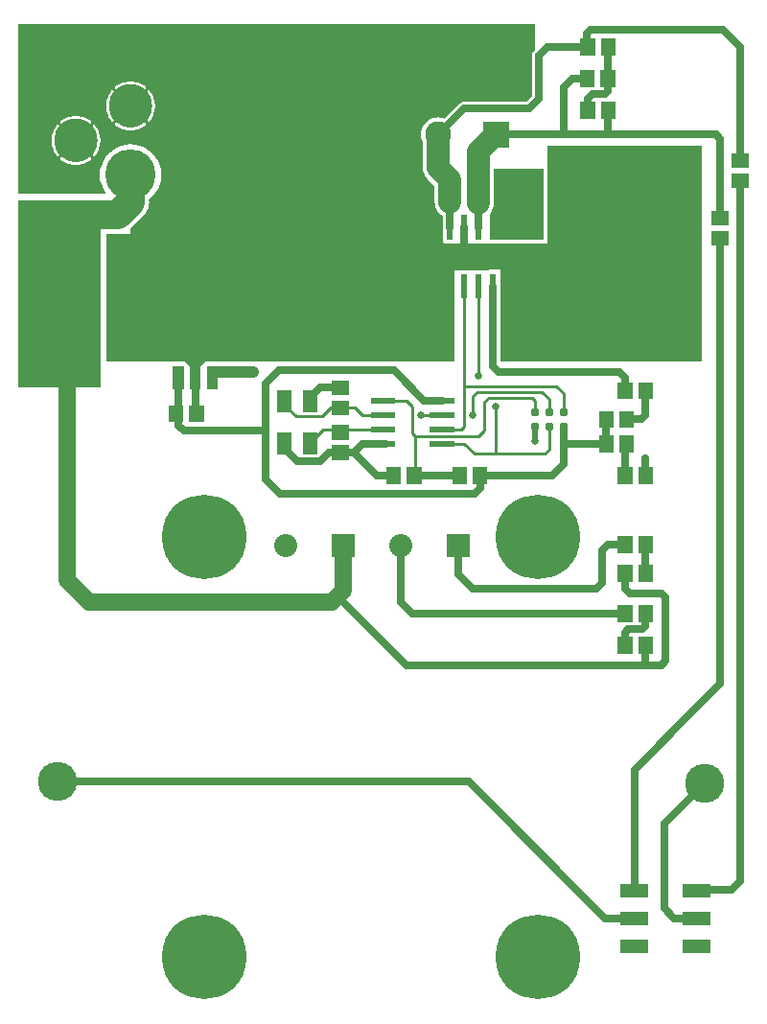
<source format=gbr>
G04 start of page 2 for group 0 idx 0 *
G04 Title: (unknown), top *
G04 Creator: pcb 4.0.2 *
G04 CreationDate: Mon Feb 22 18:13:25 2021 UTC *
G04 For: ndholmes *
G04 Format: Gerber/RS-274X *
G04 PCB-Dimensions (mil): 2600.00 3500.00 *
G04 PCB-Coordinate-Origin: lower left *
%MOIN*%
%FSLAX25Y25*%
%LNTOP*%
%ADD33C,0.0420*%
%ADD32C,0.1285*%
%ADD31C,0.0960*%
%ADD30C,0.1100*%
%ADD29C,0.1250*%
%ADD28C,0.0550*%
%ADD27C,0.0390*%
%ADD26C,0.0120*%
%ADD25C,0.0260*%
%ADD24C,0.0310*%
%ADD23C,0.2937*%
%ADD22C,0.1360*%
%ADD21C,0.1500*%
%ADD20C,0.1750*%
%ADD19C,0.0900*%
%ADD18C,0.0200*%
%ADD17C,0.0800*%
%ADD16C,0.0600*%
%ADD15C,0.0250*%
%ADD14C,0.0100*%
%ADD13C,0.0400*%
%ADD12C,0.1000*%
%ADD11C,0.0001*%
G54D11*G36*
X1500Y287000D02*X30000D01*
Y284500D01*
X29799Y284015D01*
X29560Y283020D01*
X29480Y282000D01*
X29560Y280980D01*
X29799Y279985D01*
X30000Y279500D01*
Y222000D01*
X1500D01*
Y287000D01*
G37*
G36*
X32000Y275500D02*X35745D01*
X36000Y275480D01*
X36255Y275500D01*
X87500D01*
Y231000D01*
X64610D01*
X64596Y231017D01*
X64327Y231247D01*
X64025Y231432D01*
X63697Y231567D01*
X63353Y231650D01*
X63000Y231678D01*
X62647Y231650D01*
X62303Y231567D01*
X61975Y231432D01*
X61673Y231247D01*
X61404Y231017D01*
X61390Y231000D01*
X32000D01*
Y275500D01*
G37*
G36*
X85500Y264000D02*X40500D01*
Y277318D01*
X40596Y277404D01*
X45096Y281904D01*
X45775Y282668D01*
X46309Y283540D01*
X46701Y284485D01*
X46940Y285480D01*
X47020Y286500D01*
X46942Y287496D01*
X48054Y288446D01*
X49143Y289721D01*
X50018Y291150D01*
X50660Y292699D01*
X51051Y294329D01*
X51150Y296000D01*
X85500D01*
Y264000D01*
G37*
G36*
X77500Y293500D02*X144863D01*
X146300Y292063D01*
Y286500D01*
X146348Y285684D01*
X146539Y284888D01*
X146852Y284132D01*
X147280Y283434D01*
X147812Y282812D01*
X148434Y282280D01*
X149000Y281933D01*
X149014Y273265D01*
X149069Y273035D01*
X149159Y272817D01*
X149283Y272616D01*
X149436Y272436D01*
X149616Y272283D01*
X149817Y272159D01*
X150035Y272069D01*
X150265Y272014D01*
X150500Y272000D01*
X152000Y272009D01*
Y231000D01*
X77500D01*
Y293500D01*
G37*
G36*
X147500Y264500D02*X153000D01*
Y231000D01*
X147500D01*
Y264500D01*
G37*
G36*
X47655Y322245D02*X47819Y321638D01*
X47935Y320988D01*
X47993Y320330D01*
Y319670D01*
X47935Y319012D01*
X47819Y318362D01*
X47655Y317755D01*
Y322245D01*
G37*
G36*
Y348500D02*X181000D01*
Y339441D01*
X180762Y339238D01*
X180512Y338945D01*
X180310Y338616D01*
X180163Y338259D01*
X180073Y337884D01*
X180050Y337500D01*
Y323515D01*
X177985Y321450D01*
X156596D01*
X156500Y321458D01*
X156116Y321427D01*
X155741Y321337D01*
X155384Y321190D01*
X155055Y320988D01*
X155055Y320988D01*
X154762Y320738D01*
X154700Y320665D01*
X149642Y315607D01*
X149360Y315724D01*
X148442Y315944D01*
X147500Y316019D01*
X146558Y315944D01*
X145640Y315724D01*
X144768Y315363D01*
X143962Y314869D01*
X143244Y314256D01*
X142631Y313538D01*
X142137Y312732D01*
X141776Y311860D01*
X141556Y310942D01*
X141481Y310000D01*
X141556Y309058D01*
X141776Y308140D01*
X142100Y307358D01*
Y298712D01*
X142083Y298500D01*
X142150Y297653D01*
X142150Y297653D01*
X142348Y296826D01*
X142674Y296041D01*
X143118Y295316D01*
X143670Y294670D01*
X143831Y294532D01*
X146300Y292063D01*
Y289500D01*
X48954D01*
X49143Y289721D01*
X50018Y291150D01*
X50660Y292699D01*
X51051Y294329D01*
X51150Y296000D01*
X51051Y297671D01*
X50660Y299301D01*
X50018Y300850D01*
X49143Y302279D01*
X48054Y303554D01*
X47655Y303895D01*
Y315396D01*
X48030Y316039D01*
X48349Y316716D01*
X48607Y317419D01*
X48803Y318142D01*
X48934Y318880D01*
X49000Y319626D01*
Y320374D01*
X48934Y321121D01*
X48803Y321858D01*
X48607Y322581D01*
X48349Y323284D01*
X48030Y323961D01*
X47655Y324604D01*
Y348500D01*
G37*
G36*
X40504D02*X47655D01*
Y324604D01*
X47652Y324608D01*
X47219Y325219D01*
X47166Y325279D01*
X47104Y325328D01*
X47034Y325368D01*
X46960Y325396D01*
X46881Y325412D01*
X46802Y325416D01*
X46722Y325407D01*
X46645Y325386D01*
X46573Y325353D01*
X46506Y325309D01*
X46447Y325256D01*
X46397Y325193D01*
X46357Y325124D01*
X46329Y325049D01*
X46313Y324971D01*
X46309Y324891D01*
X46318Y324812D01*
X46339Y324735D01*
X46372Y324662D01*
X46417Y324596D01*
X46805Y324062D01*
X47138Y323492D01*
X47419Y322895D01*
X47647Y322275D01*
X47655Y322245D01*
Y317755D01*
X47647Y317725D01*
X47419Y317105D01*
X47138Y316508D01*
X46805Y315938D01*
X46423Y315399D01*
X46379Y315334D01*
X46346Y315263D01*
X46325Y315187D01*
X46317Y315109D01*
X46320Y315030D01*
X46336Y314953D01*
X46364Y314879D01*
X46403Y314811D01*
X46452Y314749D01*
X46510Y314696D01*
X46576Y314653D01*
X46648Y314621D01*
X46724Y314600D01*
X46802Y314591D01*
X46881Y314595D01*
X46958Y314611D01*
X47031Y314639D01*
X47100Y314678D01*
X47161Y314727D01*
X47213Y314786D01*
X47652Y315392D01*
X47655Y315396D01*
Y303895D01*
X46779Y304643D01*
X45350Y305518D01*
X43801Y306160D01*
X42171Y306551D01*
X40504Y306683D01*
Y311500D01*
X40874D01*
X41620Y311566D01*
X42358Y311697D01*
X43081Y311893D01*
X43784Y312151D01*
X44461Y312470D01*
X45108Y312848D01*
X45719Y313281D01*
X45779Y313334D01*
X45828Y313396D01*
X45868Y313466D01*
X45896Y313540D01*
X45912Y313619D01*
X45916Y313698D01*
X45907Y313778D01*
X45886Y313855D01*
X45853Y313927D01*
X45809Y313994D01*
X45756Y314053D01*
X45693Y314103D01*
X45624Y314143D01*
X45549Y314171D01*
X45471Y314187D01*
X45391Y314191D01*
X45312Y314182D01*
X45235Y314161D01*
X45162Y314128D01*
X45096Y314083D01*
X44562Y313695D01*
X43992Y313362D01*
X43395Y313081D01*
X42775Y312853D01*
X42138Y312681D01*
X41488Y312565D01*
X40830Y312507D01*
X40504D01*
Y327493D01*
X40830D01*
X41488Y327435D01*
X42138Y327319D01*
X42775Y327147D01*
X43395Y326919D01*
X43992Y326638D01*
X44562Y326305D01*
X45101Y325923D01*
X45166Y325879D01*
X45237Y325846D01*
X45313Y325825D01*
X45391Y325817D01*
X45470Y325820D01*
X45547Y325836D01*
X45621Y325864D01*
X45689Y325903D01*
X45751Y325952D01*
X45804Y326010D01*
X45847Y326076D01*
X45879Y326148D01*
X45900Y326224D01*
X45909Y326302D01*
X45905Y326381D01*
X45889Y326458D01*
X45861Y326531D01*
X45822Y326600D01*
X45773Y326661D01*
X45714Y326713D01*
X45108Y327152D01*
X44461Y327530D01*
X43784Y327849D01*
X43081Y328107D01*
X42358Y328303D01*
X41620Y328434D01*
X40874Y328500D01*
X40504D01*
Y348500D01*
G37*
G36*
X33345D02*X40504D01*
Y328500D01*
X40126D01*
X39379Y328434D01*
X38642Y328303D01*
X37919Y328107D01*
X37216Y327849D01*
X36539Y327530D01*
X35892Y327152D01*
X35281Y326719D01*
X35221Y326666D01*
X35172Y326604D01*
X35132Y326534D01*
X35104Y326460D01*
X35088Y326381D01*
X35084Y326302D01*
X35093Y326222D01*
X35114Y326145D01*
X35147Y326073D01*
X35191Y326006D01*
X35244Y325947D01*
X35307Y325897D01*
X35376Y325857D01*
X35451Y325829D01*
X35529Y325813D01*
X35609Y325809D01*
X35688Y325818D01*
X35765Y325839D01*
X35838Y325872D01*
X35904Y325917D01*
X36438Y326305D01*
X37008Y326638D01*
X37605Y326919D01*
X38225Y327147D01*
X38862Y327319D01*
X39512Y327435D01*
X40170Y327493D01*
X40504D01*
Y312507D01*
X40170D01*
X39512Y312565D01*
X38862Y312681D01*
X38225Y312853D01*
X37605Y313081D01*
X37008Y313362D01*
X36438Y313695D01*
X35899Y314077D01*
X35834Y314121D01*
X35763Y314154D01*
X35687Y314175D01*
X35609Y314183D01*
X35530Y314180D01*
X35453Y314164D01*
X35379Y314136D01*
X35311Y314097D01*
X35249Y314048D01*
X35196Y313990D01*
X35153Y313924D01*
X35121Y313852D01*
X35100Y313776D01*
X35091Y313698D01*
X35095Y313619D01*
X35111Y313542D01*
X35139Y313469D01*
X35178Y313400D01*
X35227Y313339D01*
X35286Y313287D01*
X35892Y312848D01*
X36539Y312470D01*
X37216Y312151D01*
X37919Y311893D01*
X38642Y311697D01*
X39379Y311566D01*
X40126Y311500D01*
X40504D01*
Y306683D01*
X40500Y306683D01*
X38829Y306551D01*
X37199Y306160D01*
X35650Y305518D01*
X34221Y304643D01*
X33345Y303895D01*
Y315396D01*
X33348Y315392D01*
X33781Y314781D01*
X33834Y314721D01*
X33896Y314672D01*
X33966Y314632D01*
X34040Y314604D01*
X34119Y314588D01*
X34198Y314584D01*
X34278Y314593D01*
X34355Y314614D01*
X34427Y314647D01*
X34494Y314691D01*
X34553Y314744D01*
X34603Y314807D01*
X34643Y314876D01*
X34671Y314951D01*
X34687Y315029D01*
X34691Y315109D01*
X34682Y315188D01*
X34661Y315265D01*
X34628Y315338D01*
X34583Y315404D01*
X34195Y315938D01*
X33862Y316508D01*
X33581Y317105D01*
X33353Y317725D01*
X33345Y317755D01*
Y322245D01*
X33353Y322275D01*
X33581Y322895D01*
X33862Y323492D01*
X34195Y324062D01*
X34577Y324601D01*
X34621Y324666D01*
X34654Y324737D01*
X34675Y324813D01*
X34683Y324891D01*
X34680Y324970D01*
X34664Y325047D01*
X34636Y325121D01*
X34597Y325189D01*
X34548Y325251D01*
X34490Y325304D01*
X34424Y325347D01*
X34352Y325379D01*
X34276Y325400D01*
X34198Y325409D01*
X34119Y325405D01*
X34042Y325389D01*
X33969Y325361D01*
X33900Y325322D01*
X33839Y325273D01*
X33787Y325214D01*
X33348Y324608D01*
X33345Y324604D01*
Y348500D01*
G37*
G36*
Y317755D02*X33181Y318362D01*
X33065Y319012D01*
X33007Y319670D01*
Y320330D01*
X33065Y320988D01*
X33181Y321638D01*
X33345Y322245D01*
Y317755D01*
G37*
G36*
X28655Y310245D02*X28819Y309638D01*
X28935Y308988D01*
X28993Y308330D01*
Y307670D01*
X28935Y307012D01*
X28819Y306362D01*
X28655Y305755D01*
Y310245D01*
G37*
G36*
Y348500D02*X33345D01*
Y324604D01*
X32970Y323961D01*
X32651Y323284D01*
X32393Y322581D01*
X32197Y321858D01*
X32066Y321121D01*
X32000Y320374D01*
Y319626D01*
X32066Y318880D01*
X32197Y318142D01*
X32393Y317419D01*
X32651Y316716D01*
X32970Y316039D01*
X33345Y315396D01*
Y303895D01*
X32946Y303554D01*
X31857Y302279D01*
X30982Y300850D01*
X30340Y299301D01*
X29949Y297671D01*
X29817Y296000D01*
X29949Y294329D01*
X30340Y292699D01*
X30982Y291150D01*
X31857Y289721D01*
X32046Y289500D01*
X28655D01*
Y303396D01*
X29030Y304039D01*
X29349Y304716D01*
X29607Y305419D01*
X29803Y306142D01*
X29934Y306880D01*
X30000Y307626D01*
Y308374D01*
X29934Y309121D01*
X29803Y309858D01*
X29607Y310581D01*
X29349Y311284D01*
X29030Y311961D01*
X28655Y312604D01*
Y348500D01*
G37*
G36*
X21504D02*X28655D01*
Y312604D01*
X28652Y312608D01*
X28219Y313219D01*
X28166Y313279D01*
X28104Y313328D01*
X28034Y313368D01*
X27960Y313396D01*
X27881Y313412D01*
X27802Y313416D01*
X27722Y313407D01*
X27645Y313386D01*
X27573Y313353D01*
X27506Y313309D01*
X27447Y313256D01*
X27397Y313193D01*
X27357Y313124D01*
X27329Y313049D01*
X27313Y312971D01*
X27309Y312891D01*
X27318Y312812D01*
X27339Y312735D01*
X27372Y312662D01*
X27417Y312596D01*
X27805Y312062D01*
X28138Y311492D01*
X28419Y310895D01*
X28647Y310275D01*
X28655Y310245D01*
Y305755D01*
X28647Y305725D01*
X28419Y305105D01*
X28138Y304508D01*
X27805Y303938D01*
X27423Y303399D01*
X27379Y303334D01*
X27346Y303263D01*
X27325Y303187D01*
X27317Y303109D01*
X27320Y303030D01*
X27336Y302953D01*
X27364Y302879D01*
X27403Y302811D01*
X27452Y302749D01*
X27510Y302696D01*
X27576Y302653D01*
X27648Y302621D01*
X27724Y302600D01*
X27802Y302591D01*
X27881Y302595D01*
X27958Y302611D01*
X28031Y302639D01*
X28100Y302678D01*
X28161Y302727D01*
X28213Y302786D01*
X28652Y303392D01*
X28655Y303396D01*
Y289500D01*
X21504D01*
Y299500D01*
X21874D01*
X22620Y299566D01*
X23358Y299697D01*
X24081Y299893D01*
X24784Y300151D01*
X25461Y300470D01*
X26108Y300848D01*
X26719Y301281D01*
X26779Y301334D01*
X26828Y301396D01*
X26868Y301466D01*
X26896Y301540D01*
X26912Y301619D01*
X26916Y301698D01*
X26907Y301778D01*
X26886Y301855D01*
X26853Y301927D01*
X26809Y301994D01*
X26756Y302053D01*
X26693Y302103D01*
X26624Y302143D01*
X26549Y302171D01*
X26471Y302187D01*
X26391Y302191D01*
X26312Y302182D01*
X26235Y302161D01*
X26162Y302128D01*
X26096Y302083D01*
X25562Y301695D01*
X24992Y301362D01*
X24395Y301081D01*
X23775Y300853D01*
X23138Y300681D01*
X22488Y300565D01*
X21830Y300507D01*
X21504D01*
Y315493D01*
X21830D01*
X22488Y315435D01*
X23138Y315319D01*
X23775Y315147D01*
X24395Y314919D01*
X24992Y314638D01*
X25562Y314305D01*
X26101Y313923D01*
X26166Y313879D01*
X26237Y313846D01*
X26313Y313825D01*
X26391Y313817D01*
X26470Y313820D01*
X26547Y313836D01*
X26621Y313864D01*
X26689Y313903D01*
X26751Y313952D01*
X26804Y314010D01*
X26847Y314076D01*
X26879Y314148D01*
X26900Y314224D01*
X26909Y314302D01*
X26905Y314381D01*
X26889Y314458D01*
X26861Y314531D01*
X26822Y314600D01*
X26773Y314661D01*
X26714Y314713D01*
X26108Y315152D01*
X25461Y315530D01*
X24784Y315849D01*
X24081Y316107D01*
X23358Y316303D01*
X22620Y316434D01*
X21874Y316500D01*
X21504D01*
Y348500D01*
G37*
G36*
X14345D02*X21504D01*
Y316500D01*
X21126D01*
X20379Y316434D01*
X19642Y316303D01*
X18919Y316107D01*
X18216Y315849D01*
X17539Y315530D01*
X16892Y315152D01*
X16281Y314719D01*
X16221Y314666D01*
X16172Y314604D01*
X16132Y314534D01*
X16104Y314460D01*
X16088Y314381D01*
X16084Y314302D01*
X16093Y314222D01*
X16114Y314145D01*
X16147Y314073D01*
X16191Y314006D01*
X16244Y313947D01*
X16307Y313897D01*
X16376Y313857D01*
X16451Y313829D01*
X16529Y313813D01*
X16609Y313809D01*
X16688Y313818D01*
X16765Y313839D01*
X16838Y313872D01*
X16904Y313917D01*
X17438Y314305D01*
X18008Y314638D01*
X18605Y314919D01*
X19225Y315147D01*
X19862Y315319D01*
X20512Y315435D01*
X21170Y315493D01*
X21504D01*
Y300507D01*
X21170D01*
X20512Y300565D01*
X19862Y300681D01*
X19225Y300853D01*
X18605Y301081D01*
X18008Y301362D01*
X17438Y301695D01*
X16899Y302077D01*
X16834Y302121D01*
X16763Y302154D01*
X16687Y302175D01*
X16609Y302183D01*
X16530Y302180D01*
X16453Y302164D01*
X16379Y302136D01*
X16311Y302097D01*
X16249Y302048D01*
X16196Y301990D01*
X16153Y301924D01*
X16121Y301852D01*
X16100Y301776D01*
X16091Y301698D01*
X16095Y301619D01*
X16111Y301542D01*
X16139Y301469D01*
X16178Y301400D01*
X16227Y301339D01*
X16286Y301287D01*
X16892Y300848D01*
X17539Y300470D01*
X18216Y300151D01*
X18919Y299893D01*
X19642Y299697D01*
X20379Y299566D01*
X21126Y299500D01*
X21504D01*
Y289500D01*
X14345D01*
Y303396D01*
X14348Y303392D01*
X14781Y302781D01*
X14834Y302721D01*
X14896Y302672D01*
X14966Y302632D01*
X15040Y302604D01*
X15119Y302588D01*
X15198Y302584D01*
X15278Y302593D01*
X15355Y302614D01*
X15427Y302647D01*
X15494Y302691D01*
X15553Y302744D01*
X15603Y302807D01*
X15643Y302876D01*
X15671Y302951D01*
X15687Y303029D01*
X15691Y303109D01*
X15682Y303188D01*
X15661Y303265D01*
X15628Y303338D01*
X15583Y303404D01*
X15195Y303938D01*
X14862Y304508D01*
X14581Y305105D01*
X14353Y305725D01*
X14345Y305755D01*
Y310245D01*
X14353Y310275D01*
X14581Y310895D01*
X14862Y311492D01*
X15195Y312062D01*
X15577Y312601D01*
X15621Y312666D01*
X15654Y312737D01*
X15675Y312813D01*
X15683Y312891D01*
X15680Y312970D01*
X15664Y313047D01*
X15636Y313121D01*
X15597Y313189D01*
X15548Y313251D01*
X15490Y313304D01*
X15424Y313347D01*
X15352Y313379D01*
X15276Y313400D01*
X15198Y313409D01*
X15119Y313405D01*
X15042Y313389D01*
X14969Y313361D01*
X14900Y313322D01*
X14839Y313273D01*
X14787Y313214D01*
X14348Y312608D01*
X14345Y312604D01*
Y348500D01*
G37*
G36*
Y305755D02*X14181Y306362D01*
X14065Y307012D01*
X14007Y307670D01*
Y308330D01*
X14065Y308988D01*
X14181Y309638D01*
X14345Y310245D01*
Y305755D01*
G37*
G36*
X1500Y348500D02*X14345D01*
Y312604D01*
X13970Y311961D01*
X13651Y311284D01*
X13393Y310581D01*
X13197Y309858D01*
X13066Y309121D01*
X13000Y308374D01*
Y307626D01*
X13066Y306880D01*
X13197Y306142D01*
X13393Y305419D01*
X13651Y304716D01*
X13970Y304039D01*
X14345Y303396D01*
Y289500D01*
X1500D01*
Y348500D01*
G37*
G36*
X150000Y272000D02*X154940D01*
X155004Y271974D01*
X155249Y271915D01*
X155500Y271900D01*
X157751Y271915D01*
X157996Y271974D01*
X158060Y272000D01*
X169000D01*
Y263000D01*
X150000D01*
Y272000D01*
G37*
G36*
X184000Y273500D02*X165500D01*
Y282523D01*
X165801Y282875D01*
X166237Y283586D01*
X166556Y284357D01*
X166751Y285168D01*
X166800Y286000D01*
Y287000D01*
X184000D01*
Y273500D01*
G37*
G36*
Y283000D02*X165878D01*
X166237Y283586D01*
X166556Y284357D01*
X166751Y285168D01*
X166800Y286000D01*
Y298000D01*
X184000D01*
Y283000D01*
G37*
G36*
X164500Y272000D02*X193500D01*
Y263000D01*
X164500D01*
Y272000D01*
G37*
G36*
X185500Y306000D02*X239000D01*
Y231000D01*
X185500D01*
Y306000D01*
G37*
G36*
X169000Y264000D02*X189500D01*
Y231000D01*
X169000D01*
Y264000D01*
G37*
G54D12*X40500Y296000D02*Y286500D01*
X36000Y282000D01*
G54D13*X83000Y227500D02*X69000D01*
G54D12*X36000Y282000D02*X20500D01*
G54D14*X129500Y212500D02*X121000D01*
X118500Y215000D01*
G54D15*X121000Y202500D02*X129000D01*
G54D14*X118500Y215000D02*X110000D01*
G54D15*X113000Y222000D02*X106500D01*
X103500Y219000D01*
G54D14*X110000Y215000D02*X107000Y212000D01*
X98000D01*
X94500Y215500D01*
X107500Y207500D02*X103000Y203000D01*
X128500Y207500D02*X107500D01*
G54D15*X113500Y199500D02*X118000D01*
X121000Y202500D01*
X114500Y199500D02*X109500D01*
X106500Y196500D02*X98500D01*
X94500Y200500D01*
X117000Y228000D02*X132000D01*
X109500Y199500D02*X106500Y196500D01*
X132043Y191500D02*X126000D01*
X118000Y199500D01*
X139129Y191500D02*X154914D01*
G54D14*X139500Y205000D02*Y191500D01*
G54D15*X154500Y167000D02*Y157000D01*
G54D16*X18500Y155000D02*Y225000D01*
G54D15*X63000Y229421D02*Y213500D01*
X63500Y213000D01*
X57094Y225563D02*Y213680D01*
X56414Y213000D01*
X57094Y213500D02*Y208906D01*
X59000Y207000D01*
X84000D01*
X81500D02*X87500D01*
Y210500D02*Y223500D01*
X92000Y228000D01*
X118000D01*
X87500Y217000D02*Y190000D01*
X154914Y191500D02*X154957Y191457D01*
X160000Y185000D02*X92500D01*
X87500Y190000D02*X92500Y185000D01*
G54D16*X110500Y147500D02*X26000D01*
X18500Y155000D01*
G54D15*X15000Y85000D02*X158000D01*
X138500Y143500D02*X134500Y147500D01*
X136500Y125500D02*X112500Y149500D01*
G54D16*X114500Y167000D02*Y151500D01*
X110500Y147500D01*
G54D15*X134500Y167000D02*Y147500D01*
X154500Y157000D02*X159500Y152000D01*
X206543Y340500D02*Y329543D01*
X199457Y340500D02*X185500D01*
X182500Y337500D01*
Y322500D01*
X206543Y329543D02*X206500Y329500D01*
Y325000D02*Y329500D01*
X199414D02*X194000D01*
X191000Y326500D01*
X199457Y318500D02*Y322457D01*
X167500Y310000D02*X204000D01*
X191000Y326500D02*Y310000D01*
X199457Y322457D02*X201000Y324000D01*
X205500D01*
X206500Y325000D01*
X182500Y322500D02*X179000Y319000D01*
X156500D01*
X199000Y340500D02*Y345000D01*
X200500Y346500D01*
G54D17*X147500Y298500D02*Y310000D01*
X161500Y286000D02*Y304000D01*
X167500Y310000D02*X161500Y304000D01*
X151500Y286500D02*Y293500D01*
G54D15*X156500Y319000D02*X147500Y310000D01*
X151500Y277750D02*Y289000D01*
G54D17*Y287500D02*Y294500D01*
X147500Y298500D01*
G54D15*X161500Y277750D02*Y289000D01*
X156500Y277750D02*Y269500D01*
X206500Y312500D02*Y318457D01*
X206543Y318500D01*
X206500Y313000D02*Y310000D01*
X202500D02*X244000D01*
X245500Y308500D01*
Y281043D01*
X252500Y301043D02*Y340500D01*
X246500Y346500D01*
X200500D01*
G54D14*X186000Y208500D02*Y200500D01*
G54D15*X191000Y208500D02*Y195500D01*
X187000Y191500D01*
G54D14*X186000Y200500D02*X184500Y199000D01*
G54D15*X187000Y191500D02*X162086D01*
X162043Y191457D01*
Y187043D01*
X160000Y185000D01*
G54D14*X188500Y222500D02*X191000Y220000D01*
Y213500D01*
G54D15*X168500Y227500D02*X196000D01*
X210500D02*X189500D01*
G54D14*X186000Y218000D02*Y213500D01*
G54D15*X205957Y202500D02*X191000D01*
X205957Y211000D02*Y202500D01*
X212457Y191500D02*Y201914D01*
X213043Y202500D01*
X219500Y197500D02*Y191543D01*
X219586Y212586D02*X218000Y211000D01*
X213043D01*
X212500Y221000D02*Y225500D01*
X210500Y227500D01*
G54D14*X184500Y199000D02*X160000D01*
X156500Y202500D01*
X148750D01*
G54D18*X181000Y203500D02*Y208500D01*
G54D14*X163500Y207000D02*X161500Y205000D01*
X156500Y222500D02*X188500D01*
X161000Y220500D02*X183500D01*
X186000Y218000D01*
X180000Y218500D02*X165000D01*
X163500Y217000D01*
X181000Y213500D02*Y217500D01*
X180000Y218500D01*
X167500Y199000D02*Y215500D01*
X155500Y207500D02*X156500Y208500D01*
X159500Y219000D02*X161000Y220500D01*
X163500Y217000D02*Y207000D01*
G54D15*X166500Y229500D02*X168500Y227500D01*
G54D14*X156500Y208500D02*Y257250D01*
X159500Y212500D02*Y219000D01*
X161500Y257250D02*Y226000D01*
G54D15*X132000Y228000D02*X142500Y217500D01*
G54D14*X138500Y215500D02*X136500Y217500D01*
X128250D01*
X148750Y207500D02*X155500D01*
X141500Y212500D02*X148750D01*
G54D15*X142500Y217500D02*X148750D01*
G54D14*X161500Y205000D02*X139500D01*
X138500Y206000D01*
Y215500D01*
G54D15*X202500Y152000D02*X196000D01*
X225000Y125500D02*X136500D01*
X219543Y132500D02*Y125543D01*
X219500Y125500D01*
X204500Y163000D02*Y154000D01*
X202500Y152000D01*
X212457Y167500D02*X206500D01*
X204500Y165500D01*
Y162000D01*
X212457Y157500D02*Y152043D01*
X200000Y152000D02*X169500D01*
X212457Y143500D02*X138500D01*
X159500Y152000D02*X172500D01*
X252500Y50500D02*X249500Y47500D01*
X237525D01*
X237325Y47300D01*
X215675D02*Y89175D01*
X237325Y37500D02*X229500D01*
X226000Y41000D01*
Y70500D01*
X158000Y85000D02*X205500Y37500D01*
X215675D01*
X252500Y293957D02*Y50500D01*
X225000Y150500D02*X226500Y149000D01*
Y127000D01*
X225000Y125500D01*
X215675Y89175D02*X228000Y101500D01*
X245500Y122000D02*Y119000D01*
X224500Y98000D01*
X226000Y70500D02*X240000Y84500D01*
X219543Y167500D02*Y157500D01*
X212457Y132500D02*Y136957D01*
X213500Y138000D01*
X212457Y152043D02*X214000Y150500D01*
X213500Y138000D02*X218500D01*
X219500Y139000D01*
Y143457D01*
X219543Y143500D01*
X214000Y150500D02*X225000D01*
G54D14*X219500Y191543D02*X219543Y191500D01*
G54D15*X245500Y273957D02*Y119000D01*
X219586Y221000D02*Y212586D01*
X166500Y257250D02*Y229500D01*
G54D11*G36*
X163000Y314500D02*Y305500D01*
X172000D01*
Y314500D01*
X163000D01*
G37*
G54D19*X147500Y310000D03*
G54D20*X40500Y296000D03*
G54D21*Y320000D03*
X21500Y308000D03*
G54D22*X15000Y85000D03*
G54D23*X66000Y170000D03*
G54D22*X240000Y84500D03*
G54D23*X182000Y24000D03*
X66000D03*
X182000Y170000D03*
G54D11*G36*
X150500Y171000D02*Y163000D01*
X158500D01*
Y171000D01*
X150500D01*
G37*
G54D17*X134500Y167000D03*
G54D11*G36*
X110500Y171000D02*Y163000D01*
X118500D01*
Y171000D01*
X110500D01*
G37*
G54D17*X94500Y167000D03*
G54D11*G36*
X210750Y30050D02*Y25350D01*
X220600D01*
Y30050D01*
X210750D01*
G37*
G36*
X232400D02*Y25350D01*
X242250D01*
Y30050D01*
X232400D01*
G37*
G36*
X210750Y39850D02*Y35150D01*
X220600D01*
Y39850D01*
X210750D01*
G37*
G36*
X232400D02*Y35150D01*
X242250D01*
Y39850D01*
X232400D01*
G37*
G36*
X210750Y49650D02*Y44950D01*
X220600D01*
Y49650D01*
X210750D01*
G37*
G36*
X232400D02*Y44950D01*
X242250D01*
Y49650D01*
X232400D01*
G37*
G36*
X215016Y146452D02*X209898D01*
Y140548D01*
X215016D01*
Y146452D01*
G37*
G36*
Y135452D02*X209898D01*
Y129548D01*
X215016D01*
Y135452D01*
G37*
G36*
Y160452D02*X209898D01*
Y154548D01*
X215016D01*
Y160452D01*
G37*
G36*
X222102Y146452D02*X216984D01*
Y140548D01*
X222102D01*
Y146452D01*
G37*
G36*
Y135452D02*X216984D01*
Y129548D01*
X222102D01*
Y135452D01*
G37*
G36*
Y160452D02*X216984D01*
Y154548D01*
X222102D01*
Y160452D01*
G37*
G36*
X215016Y170452D02*X209898D01*
Y164548D01*
X215016D01*
Y170452D01*
G37*
G36*
X222102D02*X216984D01*
Y164548D01*
X222102D01*
Y170452D01*
G37*
G36*
X172548Y272016D02*Y266898D01*
X178452D01*
Y272016D01*
X172548D01*
G37*
G36*
X201870Y292000D02*X193870D01*
Y240000D01*
X201870D01*
Y292000D01*
G37*
G36*
X162500Y261500D02*X160500D01*
Y253000D01*
X162500D01*
Y261500D01*
G37*
G36*
X167500D02*X165500D01*
Y253000D01*
X167500D01*
Y261500D01*
G37*
G36*
Y282000D02*X165500D01*
Y273500D01*
X167500D01*
Y282000D01*
G37*
G36*
X172548Y279102D02*Y273984D01*
X178452D01*
Y279102D01*
X172548D01*
G37*
G36*
X123130Y292000D02*X115130D01*
Y240000D01*
X123130D01*
Y292000D01*
G37*
G36*
X152500Y261500D02*X150500D01*
Y253000D01*
X152500D01*
Y261500D01*
G37*
G36*
X157500D02*X155500D01*
Y253000D01*
X157500D01*
Y261500D01*
G37*
G36*
X152500Y282000D02*X150500D01*
Y273500D01*
X152500D01*
Y282000D01*
G37*
G36*
X162500D02*X160500D01*
Y273500D01*
X162500D01*
Y282000D01*
G37*
G36*
X157500D02*X155500D01*
Y273500D01*
X157500D01*
Y282000D01*
G37*
G36*
X154670Y270750D02*Y264250D01*
X163330D01*
Y270750D01*
X154670D01*
G37*
G36*
X152895Y272225D02*Y262775D01*
X165105D01*
Y272225D01*
X152895D01*
G37*
G36*
X58984Y229500D02*X55204D01*
Y221626D01*
X58984D01*
Y229500D01*
G37*
G36*
X64890Y237216D02*X61110D01*
Y221626D01*
X64890D01*
Y237216D01*
G37*
G36*
X67725Y243675D02*X58275D01*
Y232335D01*
X67725D01*
Y243675D01*
G37*
G36*
X59695Y233755D02*X58275Y232335D01*
X61115Y229495D01*
X62535Y230915D01*
X59695Y233755D01*
G37*
G36*
X67725Y232335D02*X66305Y233755D01*
X63465Y230915D01*
X64885Y229495D01*
X67725Y232335D01*
G37*
G36*
X70796Y229500D02*X67016D01*
Y221626D01*
X70796D01*
Y229500D01*
G37*
G36*
X13858Y268650D02*Y262350D01*
X26457D01*
Y268650D01*
X13858D01*
G37*
G36*
X33543D02*Y262350D01*
X46142D01*
Y268650D01*
X33543D01*
G37*
G36*
X14358Y238650D02*Y232350D01*
X26957D01*
Y238650D01*
X14358D01*
G37*
G36*
X34043D02*Y232350D01*
X46642D01*
Y238650D01*
X34043D01*
G37*
G36*
X58973Y215952D02*X53855D01*
Y210048D01*
X58973D01*
Y215952D01*
G37*
G36*
X66059D02*X60941D01*
Y210048D01*
X66059D01*
Y215952D01*
G37*
G36*
X222102Y194452D02*X216984D01*
Y188548D01*
X222102D01*
Y194452D01*
G37*
G36*
X215016D02*X209898D01*
Y188548D01*
X215016D01*
Y194452D01*
G37*
G36*
X215602Y205452D02*X210484D01*
Y199548D01*
X215602D01*
Y205452D01*
G37*
G36*
X208516D02*X203398D01*
Y199548D01*
X208516D01*
Y205452D01*
G37*
G36*
X215602Y213952D02*X210484D01*
Y208048D01*
X215602D01*
Y213952D01*
G37*
G36*
X208516D02*X203398D01*
Y208048D01*
X208516D01*
Y213952D01*
G37*
G36*
X215059Y223952D02*X209941D01*
Y218048D01*
X215059D01*
Y223952D01*
G37*
G36*
X222145D02*X217027D01*
Y218048D01*
X222145D01*
Y223952D01*
G37*
G54D24*X191000Y213500D03*
Y208500D03*
X186000Y213500D03*
Y208500D03*
X181000D03*
Y213500D03*
G54D11*G36*
X242548Y283602D02*Y278484D01*
X248452D01*
Y283602D01*
X242548D01*
G37*
G36*
Y276516D02*Y271398D01*
X248452D01*
Y276516D01*
X242548D01*
G37*
G36*
X202016Y343452D02*X196898D01*
Y337548D01*
X202016D01*
Y343452D01*
G37*
G36*
X209102D02*X203984D01*
Y337548D01*
X209102D01*
Y343452D01*
G37*
G36*
X201973Y332452D02*X196855D01*
Y326548D01*
X201973D01*
Y332452D01*
G37*
G36*
X209059D02*X203941D01*
Y326548D01*
X209059D01*
Y332452D01*
G37*
G36*
X202016Y321452D02*X196898D01*
Y315548D01*
X202016D01*
Y321452D01*
G37*
G36*
X209102D02*X203984D01*
Y315548D01*
X209102D01*
Y321452D01*
G37*
G36*
X249548Y303602D02*Y298484D01*
X255452D01*
Y303602D01*
X249548D01*
G37*
G36*
Y296516D02*Y291398D01*
X255452D01*
Y296516D01*
X249548D01*
G37*
G36*
X141688Y194452D02*X136570D01*
Y188548D01*
X141688D01*
Y194452D01*
G37*
G36*
X134602D02*X129484D01*
Y188548D01*
X134602D01*
Y194452D01*
G37*
G36*
X157516Y194409D02*X152398D01*
Y188505D01*
X157516D01*
Y194409D01*
G37*
G36*
X164602D02*X159484D01*
Y188505D01*
X164602D01*
Y194409D01*
G37*
G36*
X110548Y209102D02*Y203984D01*
X116452D01*
Y209102D01*
X110548D01*
G37*
G36*
Y202016D02*Y196898D01*
X116452D01*
Y202016D01*
X110548D01*
G37*
G36*
X105587Y206653D02*X100469D01*
Y198780D01*
X105587D01*
Y206653D01*
G37*
G36*
X110548Y217516D02*Y212398D01*
X116452D01*
Y217516D01*
X110548D01*
G37*
G36*
Y224602D02*Y219484D01*
X116452D01*
Y224602D01*
X110548D01*
G37*
G36*
X124000Y218500D02*Y216500D01*
X132500D01*
Y218500D01*
X124000D01*
G37*
G36*
Y213500D02*Y211500D01*
X132500D01*
Y213500D01*
X124000D01*
G37*
G36*
Y208500D02*Y206500D01*
X132500D01*
Y208500D01*
X124000D01*
G37*
G36*
X105587Y221220D02*X100469D01*
Y213347D01*
X105587D01*
Y221220D01*
G37*
G36*
X124000Y203500D02*Y201500D01*
X132500D01*
Y203500D01*
X124000D01*
G37*
G36*
X144500D02*Y201500D01*
X153000D01*
Y203500D01*
X144500D01*
G37*
G36*
Y208500D02*Y206500D01*
X153000D01*
Y208500D01*
X144500D01*
G37*
G36*
Y213500D02*Y211500D01*
X153000D01*
Y213500D01*
X144500D01*
G37*
G36*
Y218500D02*Y216500D01*
X153000D01*
Y218500D01*
X144500D01*
G37*
G36*
X96531Y221220D02*X91413D01*
Y213347D01*
X96531D01*
Y221220D01*
G37*
G36*
Y206653D02*X91413D01*
Y198780D01*
X96531D01*
Y206653D01*
G37*
G54D25*X181000Y284500D03*
X177000D03*
X173000D03*
X181000Y280500D03*
Y276500D03*
X167000Y270000D03*
Y265000D03*
X150500Y270000D03*
Y265000D03*
X170000Y279500D03*
X204000Y280500D03*
Y285500D03*
X181000Y289500D03*
Y294500D03*
X177000D03*
X173000D03*
X177000Y289500D03*
X173000D03*
X204000Y290500D03*
X112500Y266000D03*
Y261000D03*
X24000Y260000D03*
X20000D03*
X16000D03*
X24500Y241500D03*
X20500D03*
X16500D03*
X24000Y271500D03*
X20000D03*
X16000D03*
X20500Y229500D03*
X16500D03*
X37000Y282500D03*
X33000D03*
X29000D03*
X24500Y229500D03*
X74500Y227500D03*
X79000D03*
X83000D03*
X55500Y242500D03*
Y238500D03*
Y235000D03*
X70500Y242500D03*
Y238500D03*
Y235000D03*
X107500Y222000D03*
X121000Y202500D03*
X141500Y212500D03*
X112500Y251000D03*
Y241500D03*
Y256000D03*
Y246500D03*
X181000Y203500D03*
X219500Y197500D03*
X170000Y276000D03*
X159500Y212500D03*
X161500Y226000D03*
X167500Y215500D03*
X204000Y271000D03*
Y276000D03*
Y266000D03*
Y256000D03*
Y246500D03*
Y261000D03*
Y251500D03*
Y241500D03*
G54D26*G54D27*G54D28*G54D29*G54D30*G54D31*G54D32*G54D31*G54D32*G54D33*M02*

</source>
